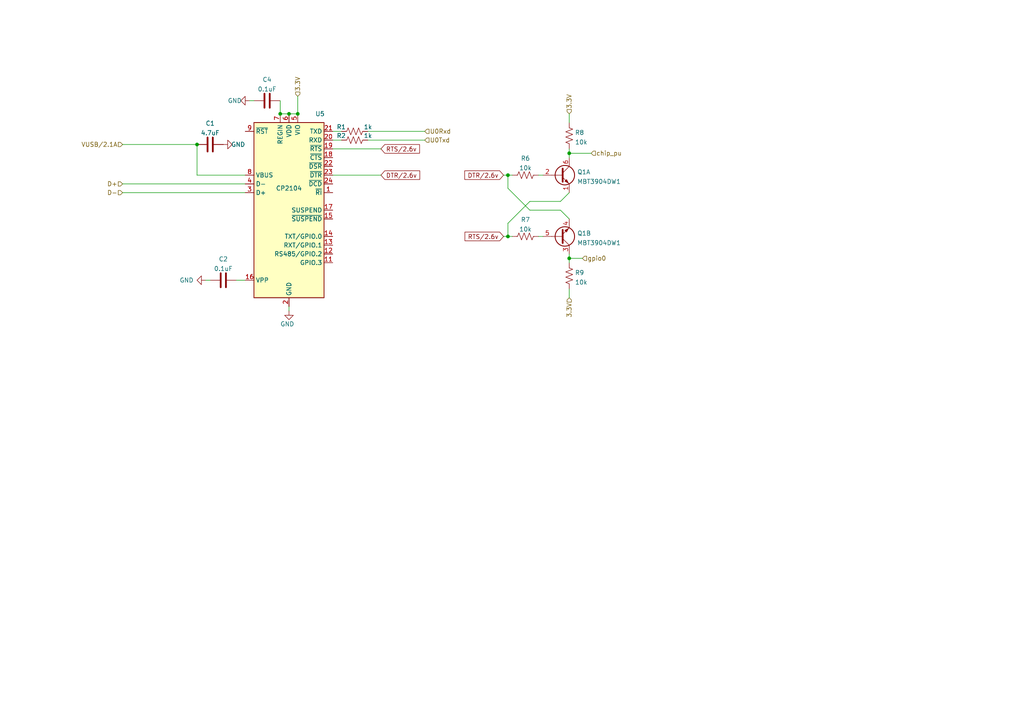
<source format=kicad_sch>
(kicad_sch (version 20231120) (generator "eeschema") (generator_version "8.0")
  (paper "A4")
  (title_block (title "USB Interface") (date "2024-10-17") (rev "01") (company "MIREA"))
  (lib_symbols
    (symbol "Device:C" (pin_numbers hide) (pin_names (offset 0.254))
      (property "Reference" "C" (at 0.635 2.54 0))
      (property "Value" "C" (at 0.635 -2.54 0))
      (symbol "C_0_1"
        (polyline (pts (xy -2.032 -0.762) (xy 2.032 -0.762)) (stroke (width 0.508)))
        (polyline (pts (xy -2.032 0.762) (xy 2.032 0.762)) (stroke (width 0.508)))
      )
      (symbol "C_1_1"
        (pin passive line (at 0 3.81 270) (length 2.794) (name "~") (number "1"))
        (pin passive line (at 0 -3.81 90) (length 2.794) (name "~") (number "2"))
      )
    )
    (symbol "Device:R_US" (pin_numbers hide) (pin_names (offset 0))
      (property "Reference" "R" (at 2.54 0 90))
      (property "Value" "R_US" (at -2.54 0 90))
      (symbol "R_US_0_1"
        (polyline (pts (xy 0 -2.286) (xy 0 -2.54)))
        (polyline (pts (xy 0 2.286) (xy 0 2.54)))
        (polyline (pts (xy 0 -0.762) (xy 1.016 -1.143) (xy 0 -1.524) (xy -1.016 -1.905) (xy 0 -2.286)))
        (polyline (pts (xy 0 0.762) (xy 1.016 0.381) (xy 0 0) (xy -1.016 -0.381) (xy 0 -0.762)))
        (polyline (pts (xy 0 2.286) (xy 1.016 1.905) (xy 0 1.524) (xy -1.016 1.143) (xy 0 0.762)))
      )
      (symbol "R_US_1_1"
        (pin passive line (at 0 3.81 270) (length 1.27) (name "~") (number "1"))
        (pin passive line (at 0 -3.81 90) (length 1.27) (name "~") (number "2"))
      )
    )
    (symbol "Interface_USB:CP2104"
      (property "Reference" "U" (at -5.08 28.575 0))
      (property "Value" "CP2104" (at -5.08 26.67 0))
      (symbol "CP2104_1_1"
        (rectangle (start -10.16 25.4) (end 10.16 -25.4) (stroke (width 0.254)) (fill (type background)))
        (pin input line (at 12.7 5.08 180) (length 2.54) (name "~{RI}") (number "1"))
        (pin no_connect line (at 10.16 -20.32 180) (length 2.54) hide (name "NC") (number "10"))
        (pin bidirectional line (at 12.7 -15.24 180) (length 2.54) (name "GPIO.3") (number "11"))
        (pin bidirectional line (at 12.7 -12.7 180) (length 2.54) (name "RS485/GPIO.2") (number "12"))
        (pin bidirectional line (at 12.7 -10.16 180) (length 2.54) (name "RXT/GPIO.1") (number "13"))
        (pin bidirectional line (at 12.7 -7.62 180) (length 2.54) (name "TXT/GPIO.0") (number "14"))
        (pin output line (at 12.7 -2.54 180) (length 2.54) (name "~{SUSPEND}") (number "15"))
        (pin passive line (at -12.7 -20.32 0) (length 2.54) (name "VPP") (number "16"))
        (pin output line (at 12.7 0 180) (length 2.54) (name "SUSPEND") (number "17"))
        (pin input line (at 12.7 15.24 180) (length 2.54) (name "~{CTS}") (number "18"))
        (pin output line (at 12.7 17.78 180) (length 2.54) (name "~{RTS}") (number "19"))
        (pin power_in line (at 0 -27.94 90) (length 2.54) (name "GND") (number "2"))
        (pin input line (at 12.7 20.32 180) (length 2.54) (name "RXD") (number "20"))
        (pin output line (at 12.7 22.86 180) (length 2.54) (name "TXD") (number "21"))
        (pin input line (at 12.7 12.7 180) (length 2.54) (name "~{DSR}") (number "22"))
        (pin output line (at 12.7 10.16 180) (length 2.54) (name "~{DTR}") (number "23"))
        (pin input line (at 12.7 7.62 180) (length 2.54) (name "~{DCD}") (number "24"))
        (pin passive line (at 0 -27.94 90) (length 2.54) hide (name "GND") (number "25"))
        (pin bidirectional line (at -12.7 5.08 0) (length 2.54) (name "D+") (number "3"))
        (pin bidirectional line (at -12.7 7.62 0) (length 2.54) (name "D-") (number "4"))
        (pin power_in line (at 2.54 27.94 270) (length 2.54) (name "VIO") (number "5"))
        (pin power_in line (at 0 27.94 270) (length 2.54) (name "VDD") (number "6"))
        (pin power_in line (at -2.54 27.94 270) (length 2.54) (name "REGIN") (number "7"))
        (pin input line (at -12.7 10.16 0) (length 2.54) (name "VBUS") (number "8"))
        (pin bidirectional line (at -12.7 22.86 0) (length 2.54) (name "~{RST}") (number "9"))
      )
    )
    (symbol "Transistor_BJT:MBT3904DW1" (pin_names (offset 0) hide)
      (property "Reference" "Q" (at 5.08 1.27 0))
      (property "Value" "MBT3904DW1" (at 5.08 -1.27 0))
      (symbol "MBT3904DW1_0_1"
        (polyline (pts (xy 0.635 0) (xy -2.54 0)))
        (polyline (pts (xy 0.635 0.635) (xy 2.54 2.54)))
        (polyline (pts (xy 0.635 -0.635) (xy 2.54 -2.54) (xy 2.54 -2.54)))
        (polyline (pts (xy 0.635 1.905) (xy 0.635 -1.905) (xy 0.635 -1.905)) (stroke (width 0.508)))
        (polyline (pts (xy 1.27 -1.778) (xy 1.778 -1.27) (xy 2.286 -2.286) (xy 1.27 -1.778) (xy 1.27 -1.778)) (fill (type outline)))
        (circle (center 1.27 0) (radius 2.8194) (stroke (width 0.254)))
      )
      (symbol "MBT3904DW1_1_1"
        (pin passive line (at 2.54 -5.08 90) (length 2.54) (name "E1") (number "1"))
        (pin input line (at -5.08 0 0) (length 2.54) (name "B1") (number "2"))
        (pin passive line (at 2.54 5.08 270) (length 2.54) (name "C1") (number "6"))
      )
      (symbol "MBT3904DW1_2_1"
        (pin passive line (at 2.54 5.08 270) (length 2.54) (name "C2") (number "3"))
        (pin passive line (at 2.54 -5.08 90) (length 2.54) (name "E2") (number "4"))
        (pin input line (at -5.08 0 0) (length 2.54) (name "B2") (number "5"))
      )
    )
    (symbol "power:GND" (power) (pin_names (offset 0))
      (property "Value" "GND" (at 0 -3.81 0))
      (symbol "GND_0_1"
        (polyline (pts (xy 0 0) (xy 0 -1.27) (xy 1.27 -1.27) (xy 0 -2.54) (xy -1.27 -1.27) (xy 0 -1.27)))
      )
      (symbol "GND_1_1"
        (pin power_in line (at 0 0 270) (length 0) hide (name "GND") (number "1"))
      )
    )
  )
  (junction (at 57.15 41.91))
  (junction (at 147.32 68.58))
  (junction (at 165.1 44.45))
  (junction (at 147.32 50.8))
  (junction (at 165.1 74.93))
  (junction (at 83.82 33.02))
  (junction (at 86.36 33.02))
  (junction (at 81.28 33.02))
  (wire (pts (xy 110.49 50.8) (xy 96.52 50.8)))
  (wire (pts (xy 83.82 88.9) (xy 83.82 90.17)))
  (wire (pts (xy 153.67 60.96) (xy 162.56 60.96)))
  (wire (pts (xy 96.52 40.64) (xy 99.06 40.64)))
  (wire (pts (xy 165.1 55.88) (xy 162.56 58.42)))
  (wire (pts (xy 165.1 44.45) (xy 171.45 44.45)))
  (wire (pts (xy 57.15 41.91) (xy 57.15 50.8)))
  (wire (pts (xy 165.1 74.93) (xy 165.1 73.66)))
  (wire (pts (xy 153.67 58.42) (xy 147.32 64.77)))
  (wire (pts (xy 165.1 33.02) (xy 165.1 35.56)))
  (wire (pts (xy 35.56 53.34) (xy 71.12 53.34)))
  (wire (pts (xy 106.68 38.1) (xy 123.19 38.1)))
  (wire (pts (xy 156.21 50.8) (xy 157.48 50.8)))
  (wire (pts (xy 86.36 33.02) (xy 83.82 33.02)))
  (wire (pts (xy 72.39 29.21) (xy 73.66 29.21)))
  (wire (pts (xy 99.06 38.1) (xy 96.52 38.1)))
  (wire (pts (xy 147.32 64.77) (xy 147.32 68.58)))
  (wire (pts (xy 147.32 68.58) (xy 148.59 68.58)))
  (wire (pts (xy 162.56 60.96) (xy 165.1 63.5)))
  (wire (pts (xy 81.28 33.02) (xy 83.82 33.02)))
  (wire (pts (xy 165.1 76.2) (xy 165.1 74.93)))
  (wire (pts (xy 147.32 50.8) (xy 147.32 54.61)))
  (wire (pts (xy 165.1 74.93) (xy 168.91 74.93)))
  (wire (pts (xy 147.32 50.8) (xy 148.59 50.8)))
  (wire (pts (xy 81.28 29.21) (xy 81.28 33.02)))
  (wire (pts (xy 146.05 50.8) (xy 147.32 50.8)))
  (wire (pts (xy 106.68 40.64) (xy 123.19 40.64)))
  (wire (pts (xy 110.49 43.18) (xy 96.52 43.18)))
  (wire (pts (xy 68.58 81.28) (xy 71.12 81.28)))
  (wire (pts (xy 153.67 58.42) (xy 162.56 58.42)))
  (wire (pts (xy 165.1 43.18) (xy 165.1 44.45)))
  (wire (pts (xy 156.21 68.58) (xy 157.48 68.58)))
  (wire (pts (xy 165.1 44.45) (xy 165.1 45.72)))
  (wire (pts (xy 146.05 68.58) (xy 147.32 68.58)))
  (wire (pts (xy 147.32 54.61) (xy 153.67 60.96)))
  (wire (pts (xy 86.36 27.94) (xy 86.36 33.02)))
  (wire (pts (xy 35.56 41.91) (xy 57.15 41.91)))
  (wire (pts (xy 57.15 50.8) (xy 71.12 50.8)))
  (wire (pts (xy 35.56 55.88) (xy 71.12 55.88)))
  (wire (pts (xy 59.69 81.28) (xy 60.96 81.28)))
  (wire (pts (xy 165.1 83.82) (xy 165.1 86.36)))
  (global_label "DTR{slash}2.6v" (shape input) (at 110.49 50.8 0) (property "Intersheetrefs" "${INTERSHEET_REFS}" (effects (hide yes))))
  (global_label "RTS{slash}2.6v" (shape input) (at 146.05 68.58 180) (property "Intersheetrefs" "${INTERSHEET_REFS}" (effects (hide yes))))
  (global_label "RTS{slash}2.6v" (shape input) (at 110.49 43.18 0) (property "Intersheetrefs" "${INTERSHEET_REFS}" (effects (hide yes))))
  (global_label "DTR{slash}2.6v" (shape input) (at 146.05 50.8 180) (property "Intersheetrefs" "${INTERSHEET_REFS}" (effects (hide yes))))
  (hierarchical_label "chip_pu" (shape input) (at 171.45 44.45 0))
  (hierarchical_label "U0Txd" (shape input) (at 123.19 40.64 0))
  (hierarchical_label "3.3V" (shape input) (at 165.1 33.02 90))
  (hierarchical_label "D-" (shape input) (at 35.56 55.88 180))
  (hierarchical_label "D+" (shape input) (at 35.56 53.34 180))
  (hierarchical_label "3.3V" (shape input) (at 165.1 86.36 270))
  (hierarchical_label "U0Rxd" (shape input) (at 123.19 38.1 0))
  (hierarchical_label "3.3V" (shape input) (at 86.36 27.94 90))
  (hierarchical_label "gpio0" (shape input) (at 168.91 74.93 0))
  (hierarchical_label "VUSB{slash}2.1A" (shape input) (at 35.56 41.91 180))
  (symbol (lib_id "Interface_USB:CP2104") (at 83.82 60.96 0) (unit 1)
    (property "Reference" "U5" (at 91.44 33.02 0) (effects (justify left)))
    (property "Value" "CP2104" (at 80.01 54.61 0) (effects (justify left)))
    (property "Footprint" "Package_DFN_QFN:QFN-24-1EP_4x4mm_P0.5mm_EP2.6x2.6mm" (effects (hide yes)))
    (property "Datasheet" "https://www.silabs.com/documents/public/data-sheets/cp2104.pdf" (effects (hide yes)))
    (instances (project "myocell2" (path "" (reference "U5") (unit 1))) (project "myocell2" (path "" (reference "U5") (unit 1))) (project "ADS1292EMG2x" (path "" (reference "U1") (unit 1))))
  )
  (symbol (lib_id "Device:R_US") (at 152.4 68.58 90) (unit 1)
    (property "Reference" "R7" (at 152.4 63.7245 90))
    (property "Value" "10k" (at 152.4 66.4996 90))
    (property "Footprint" "Resistor_SMD:R_0805_2012Metric_Pad1.20x1.40mm_HandSolder" (effects (hide yes)))
  )
  (symbol (lib_id "Device:C") (at 64.77 81.28 90) (unit 1)
    (property "Reference" "C2" (at 64.77 75.1545 90))
    (property "Value" "0.1uF" (at 64.77 77.9296 90))
    (property "Footprint" "Capacitor_SMD:C_0805_2012Metric_Pad1.18x1.45mm_HandSolder" (effects (hide yes)))
  )
  (symbol (lib_id "Device:R_US") (at 102.87 40.64 270) (unit 1)
    (property "Reference" "R2" (at 100.33 39.37 90) (effects (justify right)))
    (property "Value" "1k" (at 107.95 39.37 90) (effects (justify right)))
    (property "Footprint" "Resistor_SMD:R_0805_2012Metric_Pad1.20x1.40mm_HandSolder" (effects (hide yes)))
  )
  (symbol (lib_id "Device:R_US") (at 165.1 80.01 180) (unit 1)
    (property "Reference" "R9" (at 166.751 79.1015 0) (effects (justify right)))
    (property "Value" "10k" (at 166.751 81.8766 0) (effects (justify right)))
    (property "Footprint" "Resistor_SMD:R_0805_2012Metric_Pad1.20x1.40mm_HandSolder" (effects (hide yes)))
    (instances (project "myocell2" (path "" (reference "R9") (unit 1))) (project "myocell2" (path "" (reference "R9") (unit 1))) (project "ADS1292EMG2x" (path "" (reference "R10") (unit 1))))
  )
  (symbol (lib_id "Device:R_US") (at 165.1 39.37 180) (unit 1)
    (property "Reference" "R8" (at 166.751 38.4615 0) (effects (justify right)))
    (property "Value" "10k" (at 166.751 41.2366 0) (effects (justify right)))
    (property "Footprint" "Resistor_SMD:R_0805_2012Metric_Pad1.20x1.40mm_HandSolder" (effects (hide yes)))
    (instances (project "myocell2" (path "" (reference "R8") (unit 1))) (project "myocell2" (path "" (reference "R8") (unit 1))) (project "ADS1292EMG2x" (path "" (reference "R9") (unit 1))))
  )
  (symbol (lib_id "power:GND") (at 72.39 29.21 270) (unit 1)
    (property "Reference" "#PWR04" (effects (hide yes)))
    (property "Value" "GND" (at 66.04 29.21 90) (effects (justify left)))
    (instances (project "myocell2" (path "" (reference "#PWR04") (unit 1))) (project "myocell2" (path "" (reference "#PWR04") (unit 1))) (project "ADS1292EMG2x" (path "" (reference "#PWR06") (unit 1))))
  )
  (symbol (lib_id "power:GND") (at 59.69 81.28 270) (unit 1)
    (property "Reference" "#PWR02" (effects (hide yes)))
    (property "Value" "GND" (at 52.07 81.28 90) (effects (justify left)))
    (instances (project "myocell2" (path "" (reference "#PWR02") (unit 1))) (project "myocell2" (path "" (reference "#PWR02") (unit 1))) (project "ADS1292EMG2x" (path "" (reference "#PWR04") (unit 1))))
  )
  (symbol (lib_id "power:GND") (at 83.82 90.17 0) (unit 1)
    (property "Reference" "#PWR05" (effects (hide yes)))
    (property "Value" "GND" (at 81.28 93.98 0) (effects (justify left)))
    (instances (project "myocell2" (path "" (reference "#PWR05") (unit 1))) (project "myocell2" (path "" (reference "#PWR05") (unit 1))) (project "ADS1292EMG2x" (path "" (reference "#PWR010") (unit 1))))
  )
  (symbol (lib_id "power:GND") (at 64.77 41.91 90) (unit 1)
    (property "Reference" "#PWR03" (effects (hide yes)))
    (property "Value" "GND" (at 71.12 41.91 90) (effects (justify left)))
    (instances (project "myocell2" (path "" (reference "#PWR03") (unit 1))) (project "myocell2" (path "" (reference "#PWR03") (unit 1))) (project "ADS1292EMG2x" (path "" (reference "#PWR05") (unit 1))))
  )
  (symbol (lib_id "Transistor_BJT:MBT3904DW1") (at 162.56 68.58 0) (mirror x) (unit 2)
    (property "Reference" "Q1" (at 167.4114 67.6715 0) (effects (justify left)))
    (property "Value" "MBT3904DW1" (at 167.4114 70.4466 0) (effects (justify left)))
    (property "Footprint" "Connector_USB:USB_Micro-B_Amphenol_10103594-0001LF_Horizontal" (effects (hide yes)))
    (property "Datasheet" "http://www.onsemi.com/pub_link/Collateral/MBT3904DW1T1-D.PDF" (effects (hide yes)))
  )
  (symbol (lib_id "Device:R_US") (at 102.87 38.1 270) (unit 1)
    (property "Reference" "R1" (at 100.33 36.83 90) (effects (justify right)))
    (property "Value" "1k" (at 107.95 36.83 90) (effects (justify right)))
    (property "Footprint" "Resistor_SMD:R_0805_2012Metric_Pad1.20x1.40mm_HandSolder" (effects (hide yes)))
  )
  (symbol (lib_id "Device:C") (at 77.47 29.21 90) (unit 1)
    (property "Reference" "C4" (at 77.47 23.0845 90))
    (property "Value" "0.1uF" (at 77.47 25.8596 90))
    (property "Footprint" "Capacitor_SMD:C_0805_2012Metric_Pad1.18x1.45mm_HandSolder" (effects (hide yes)))
  )
  (symbol (lib_id "Device:C") (at 60.96 41.91 90) (unit 1)
    (property "Reference" "C1" (at 60.96 35.7845 90))
    (property "Value" "4.7uF" (at 60.96 38.5596 90))
    (property "Footprint" "Capacitor_SMD:C_0805_2012Metric_Pad1.18x1.45mm_HandSolder" (effects (hide yes)))
  )
  (symbol (lib_id "Transistor_BJT:MBT3904DW1") (at 162.56 50.8 0) (unit 1)
    (property "Reference" "Q1" (at 167.4114 49.8915 0) (effects (justify left)))
    (property "Value" "MBT3904DW1" (at 167.4114 52.6666 0) (effects (justify left)))
    (property "Footprint" "Connector_USB:USB_Micro-B_Amphenol_10103594-0001LF_Horizontal" (effects (hide yes)))
    (property "Datasheet" "http://www.onsemi.com/pub_link/Collateral/MBT3904DW1T1-D.PDF" (effects (hide yes)))
  )
  (symbol (lib_id "Device:R_US") (at 152.4 50.8 90) (unit 1)
    (property "Reference" "R6" (at 152.4 45.9445 90))
    (property "Value" "10k" (at 152.4 48.7196 90))
    (property "Footprint" "Resistor_SMD:R_0805_2012Metric_Pad1.20x1.40mm_HandSolder" (effects (hide yes)))
  )
)
</source>
